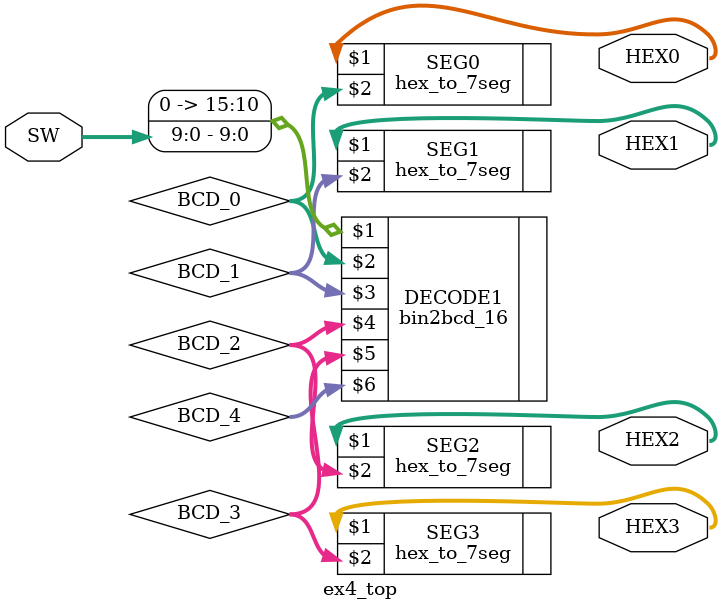
<source format=v>
module ex4_top (
		SW,
		HEX0,
		HEX1,
		HEX2,
		HEX3
);

	input  [9:0] SW;
	output [6:0] HEX0;
	output [6:0] HEX1;
	output [6:0] HEX2;
	output [6:0] HEX3;
	
	// Our 10-bit version
	//wire [3:0] BCD_0, BCD_1, BCD_2, BCD_3;
	//bin2bcd_10 DECODE1 (SW, BCD_0, BCD_1, BCD_2, BCD_3);
	
	// His 16 bit version
	wire [3:0] BCD_0, BCD_1, BCD_2, BCD_3, BCD_4;
	bin2bcd_16 DECODE1 ({6'b0, SW[9:0]}, BCD_0, BCD_1, BCD_2, BCD_3, BCD_4);
	
	hex_to_7seg  SEG0 (HEX0, BCD_0);
	hex_to_7seg  SEG1 (HEX1, BCD_1);
	hex_to_7seg  SEG2 (HEX2, BCD_2);
	hex_to_7seg  SEG3 (HEX3, BCD_3);
	

endmodule

</source>
